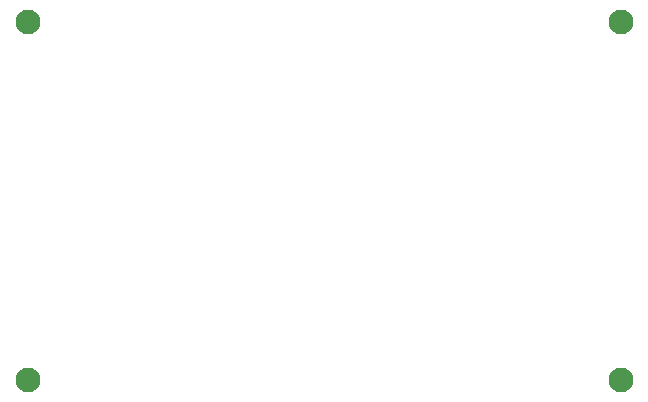
<source format=gbr>
%TF.GenerationSoftware,KiCad,Pcbnew,9.0.1*%
%TF.CreationDate,2025-07-02T13:22:35+05:30*%
%TF.ProjectId,4. MCU data logger,342e204d-4355-4206-9461-7461206c6f67,1*%
%TF.SameCoordinates,Original*%
%TF.FileFunction,NonPlated,1,2,NPTH,Drill*%
%TF.FilePolarity,Positive*%
%FSLAX46Y46*%
G04 Gerber Fmt 4.6, Leading zero omitted, Abs format (unit mm)*
G04 Created by KiCad (PCBNEW 9.0.1) date 2025-07-02 13:22:35*
%MOMM*%
%LPD*%
G01*
G04 APERTURE LIST*
%TA.AperFunction,ComponentDrill*%
%ADD10C,2.100000*%
%TD*%
G04 APERTURE END LIST*
D10*
%TO.C,H1*%
X45262800Y-59334400D03*
%TO.C,H3*%
X45262800Y-89662000D03*
%TO.C,H2*%
X95453200Y-59334400D03*
%TO.C,H4*%
X95453200Y-89662000D03*
M02*

</source>
